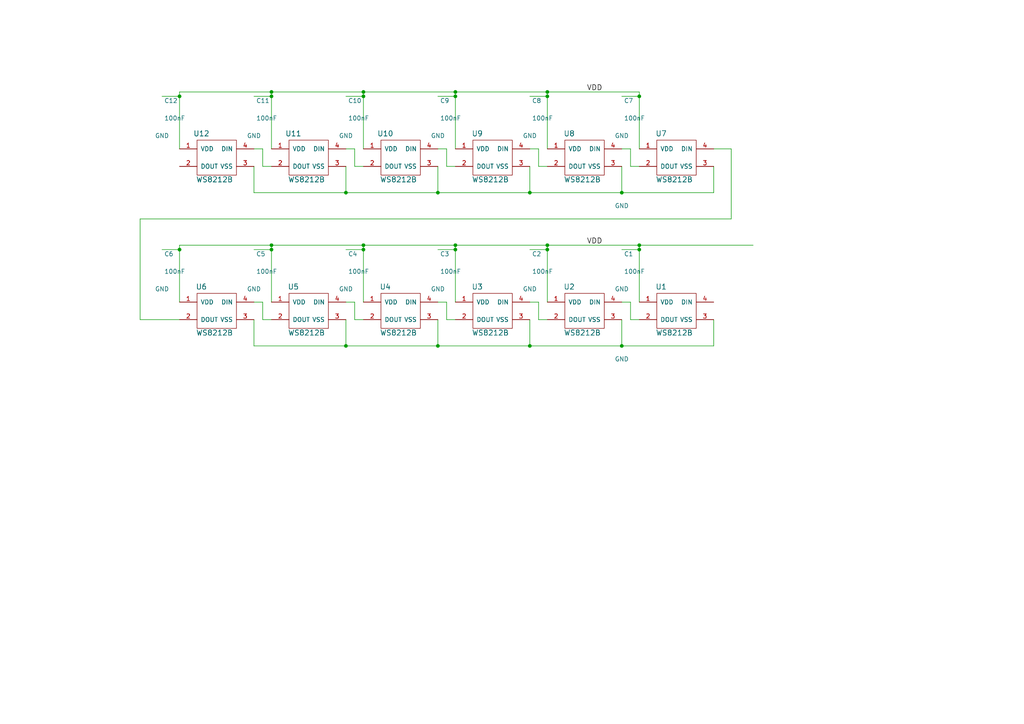
<source format=kicad_sch>
(kicad_sch (version 20230121) (generator eeschema)
  (paper "A4")
  (lib_symbols
    (symbol "pianoled:WS8212B" (pin_names (offset 1.016))
      (property "Reference" "U" (at -3.81 5.715 0))
      (property "Value" "WS8212B" (at 0 -7.62 0))
      (symbol "WS8212B_0_1"
        (rectangle (start -5.08 3.81) (end 6.35 -6.35))
      )
      (symbol "WS8212B_1_1"
        (pin input line (at -10.16 1.27 0) (length 5.08) (name "VDD") (number "1"))
        (pin input line (at -10.16 -3.81 0) (length 5.08) (name "DOUT") (number "2"))
        (pin input line (at 11.43 -3.81 180) (length 5.08) (name "VSS") (number "3"))
        (pin input line (at 11.43 1.27 180) (length 5.08) (name "DIN") (number "4"))
      )
    )
  )
  (junction (at 185.42 71.12))
  (junction (at 185.42 27.94))
  (junction (at 132.08 72.39))
  (junction (at 132.08 27.94))
  (junction (at 132.08 71.12))
  (junction (at 105.41 26.67))
  (junction (at 158.75 27.94))
  (junction (at 100.33 55.88))
  (junction (at 180.34 55.88))
  (junction (at 158.75 71.12))
  (junction (at 105.41 72.39))
  (junction (at 52.07 72.39))
  (junction (at 127 100.33))
  (junction (at 127 55.88))
  (junction (at 180.34 100.33))
  (junction (at 78.74 26.67))
  (junction (at 185.42 72.39))
  (junction (at 100.33 100.33))
  (junction (at 78.74 71.12))
  (junction (at 158.75 26.67))
  (junction (at 153.67 55.88))
  (junction (at 105.41 27.94))
  (junction (at 78.74 72.39))
  (junction (at 52.07 27.94))
  (junction (at 105.41 71.12))
  (junction (at 78.74 27.94))
  (junction (at 153.67 100.33))
  (junction (at 132.08 26.67))
  (junction (at 158.75 72.39))
  (wire (pts (xy 218.44 71.12) (xy 185.42 71.12)))
  (wire (pts (xy 102.87 48.26) (xy 105.41 48.26)))
  (wire (pts (xy 185.42 71.12) (xy 158.75 71.12)))
  (wire (pts (xy 158.75 26.67) (xy 132.08 26.67)))
  (wire (pts (xy 180.34 87.63) (xy 182.88 87.63)))
  (wire (pts (xy 158.75 27.94) (xy 158.75 43.18)))
  (wire (pts (xy 76.2 92.71) (xy 76.2 87.63)))
  (wire (pts (xy 73.66 27.94) (xy 78.74 27.94)))
  (wire (pts (xy 212.09 43.18) (xy 212.09 63.5)))
  (wire (pts (xy 180.34 27.94) (xy 185.42 27.94)))
  (wire (pts (xy 100.33 48.26) (xy 100.33 55.88)))
  (wire (pts (xy 105.41 26.67) (xy 105.41 27.94)))
  (wire (pts (xy 76.2 43.18) (xy 73.66 43.18)))
  (wire (pts (xy 52.07 26.67) (xy 52.07 27.94)))
  (wire (pts (xy 153.67 27.94) (xy 158.75 27.94)))
  (wire (pts (xy 73.66 55.88) (xy 100.33 55.88)))
  (wire (pts (xy 100.33 43.18) (xy 102.87 43.18)))
  (wire (pts (xy 153.67 43.18) (xy 156.21 43.18)))
  (wire (pts (xy 180.34 100.33) (xy 207.01 100.33)))
  (wire (pts (xy 78.74 48.26) (xy 76.2 48.26)))
  (wire (pts (xy 52.07 72.39) (xy 52.07 87.63)))
  (wire (pts (xy 156.21 87.63) (xy 156.21 92.71)))
  (wire (pts (xy 76.2 87.63) (xy 73.66 87.63)))
  (wire (pts (xy 52.07 71.12) (xy 52.07 72.39)))
  (wire (pts (xy 100.33 55.88) (xy 127 55.88)))
  (wire (pts (xy 182.88 92.71) (xy 185.42 92.71)))
  (wire (pts (xy 105.41 71.12) (xy 78.74 71.12)))
  (wire (pts (xy 207.01 43.18) (xy 212.09 43.18)))
  (wire (pts (xy 73.66 92.71) (xy 73.66 100.33)))
  (wire (pts (xy 182.88 87.63) (xy 182.88 92.71)))
  (wire (pts (xy 129.54 48.26) (xy 132.08 48.26)))
  (wire (pts (xy 132.08 72.39) (xy 132.08 87.63)))
  (wire (pts (xy 180.34 100.33) (xy 180.34 92.71)))
  (wire (pts (xy 100.33 100.33) (xy 127 100.33)))
  (wire (pts (xy 180.34 55.88) (xy 180.34 48.26)))
  (wire (pts (xy 182.88 48.26) (xy 185.42 48.26)))
  (wire (pts (xy 132.08 27.94) (xy 132.08 43.18)))
  (wire (pts (xy 185.42 71.12) (xy 185.42 72.39)))
  (wire (pts (xy 127 87.63) (xy 129.54 87.63)))
  (wire (pts (xy 153.67 72.39) (xy 158.75 72.39)))
  (wire (pts (xy 185.42 26.67) (xy 185.42 27.94)))
  (wire (pts (xy 73.66 72.39) (xy 78.74 72.39)))
  (wire (pts (xy 73.66 100.33) (xy 100.33 100.33)))
  (wire (pts (xy 78.74 71.12) (xy 78.74 72.39)))
  (wire (pts (xy 180.34 55.88) (xy 207.01 55.88)))
  (wire (pts (xy 105.41 72.39) (xy 100.33 72.39)))
  (wire (pts (xy 129.54 92.71) (xy 132.08 92.71)))
  (wire (pts (xy 76.2 48.26) (xy 76.2 43.18)))
  (wire (pts (xy 52.07 27.94) (xy 52.07 43.18)))
  (wire (pts (xy 132.08 71.12) (xy 105.41 71.12)))
  (wire (pts (xy 185.42 27.94) (xy 185.42 43.18)))
  (wire (pts (xy 127 55.88) (xy 153.67 55.88)))
  (wire (pts (xy 153.67 55.88) (xy 180.34 55.88)))
  (wire (pts (xy 185.42 72.39) (xy 185.42 87.63)))
  (wire (pts (xy 185.42 26.67) (xy 158.75 26.67)))
  (wire (pts (xy 78.74 72.39) (xy 78.74 87.63)))
  (wire (pts (xy 153.67 55.88) (xy 153.67 48.26)))
  (wire (pts (xy 102.87 92.71) (xy 105.41 92.71)))
  (wire (pts (xy 129.54 43.18) (xy 129.54 48.26)))
  (wire (pts (xy 153.67 87.63) (xy 156.21 87.63)))
  (wire (pts (xy 78.74 92.71) (xy 76.2 92.71)))
  (wire (pts (xy 46.99 27.94) (xy 52.07 27.94)))
  (wire (pts (xy 102.87 43.18) (xy 102.87 48.26)))
  (wire (pts (xy 132.08 26.67) (xy 105.41 26.67)))
  (wire (pts (xy 105.41 71.12) (xy 105.41 72.39)))
  (wire (pts (xy 127 48.26) (xy 127 55.88)))
  (wire (pts (xy 158.75 72.39) (xy 158.75 87.63)))
  (wire (pts (xy 127 27.94) (xy 132.08 27.94)))
  (wire (pts (xy 100.33 27.94) (xy 105.41 27.94)))
  (wire (pts (xy 132.08 26.67) (xy 132.08 27.94)))
  (wire (pts (xy 158.75 71.12) (xy 158.75 72.39)))
  (wire (pts (xy 207.01 100.33) (xy 207.01 92.71)))
  (wire (pts (xy 78.74 26.67) (xy 52.07 26.67)))
  (wire (pts (xy 158.75 71.12) (xy 132.08 71.12)))
  (wire (pts (xy 156.21 43.18) (xy 156.21 48.26)))
  (wire (pts (xy 180.34 43.18) (xy 182.88 43.18)))
  (wire (pts (xy 40.64 92.71) (xy 52.07 92.71)))
  (wire (pts (xy 127 92.71) (xy 127 100.33)))
  (wire (pts (xy 127 72.39) (xy 132.08 72.39)))
  (wire (pts (xy 100.33 92.71) (xy 100.33 100.33)))
  (wire (pts (xy 78.74 27.94) (xy 78.74 43.18)))
  (wire (pts (xy 105.41 72.39) (xy 105.41 87.63)))
  (wire (pts (xy 73.66 48.26) (xy 73.66 55.88)))
  (wire (pts (xy 156.21 48.26) (xy 158.75 48.26)))
  (wire (pts (xy 127 100.33) (xy 153.67 100.33)))
  (wire (pts (xy 156.21 92.71) (xy 158.75 92.71)))
  (wire (pts (xy 212.09 63.5) (xy 40.64 63.5)))
  (wire (pts (xy 46.99 72.39) (xy 52.07 72.39)))
  (wire (pts (xy 158.75 26.67) (xy 158.75 27.94)))
  (wire (pts (xy 207.01 55.88) (xy 207.01 48.26)))
  (wire (pts (xy 105.41 26.67) (xy 78.74 26.67)))
  (wire (pts (xy 102.87 87.63) (xy 102.87 92.71)))
  (wire (pts (xy 180.34 72.39) (xy 185.42 72.39)))
  (wire (pts (xy 40.64 63.5) (xy 40.64 92.71)))
  (wire (pts (xy 132.08 71.12) (xy 132.08 72.39)))
  (wire (pts (xy 105.41 27.94) (xy 105.41 43.18)))
  (wire (pts (xy 78.74 71.12) (xy 52.07 71.12)))
  (wire (pts (xy 153.67 100.33) (xy 153.67 92.71)))
  (wire (pts (xy 78.74 26.67) (xy 78.74 27.94)))
  (wire (pts (xy 153.67 100.33) (xy 180.34 100.33)))
  (wire (pts (xy 127 43.18) (xy 129.54 43.18)))
  (wire (pts (xy 129.54 87.63) (xy 129.54 92.71)))
  (wire (pts (xy 100.33 87.63) (xy 102.87 87.63)))
  (wire (pts (xy 182.88 43.18) (xy 182.88 48.26)))
  (label "VDD" (at 170.18 26.67 0) (effects (font (size 1.524 1.524))))
  (label "VDD" (at 170.18 71.12 0) (effects (font (size 1.524 1.524))))
  (symbol (lib_id "C") (at 46.99 31.75 0) (unit 1)
    (property "Reference" "C12" (at 47.625 29.21 0) (effects (justify left)))
    (property "Value" "100nF" (at 47.625 34.29 0) (effects (justify left)))
    (property "Footprint" "Capacitors_SMD:C_0603_HandSoldering" (effects hide))
  )
  (symbol (lib_id "pianoled:WS8212B") (at 115.57 44.45 0) (unit 1)
    (property "Reference" "U10" (at 111.76 38.735 0) (effects (font (size 1.524 1.524))))
    (property "Value" "WS8212B" (at 115.57 52.07 0) (effects (font (size 1.524 1.524))))
    (property "Footprint" "LEDs:LED_WS2812B-PLCC4" (effects hide))
  )
  (symbol (lib_id "pianoled:WS8212B") (at 142.24 44.45 0) (unit 1)
    (property "Reference" "U9" (at 138.43 38.735 0) (effects (font (size 1.524 1.524))))
    (property "Value" "WS8212B" (at 142.24 52.07 0) (effects (font (size 1.524 1.524))))
    (property "Footprint" "LEDs:LED_WS2812B-PLCC4" (effects hide))
  )
  (symbol (lib_id "pianoled:WS8212B") (at 62.23 44.45 0) (unit 1)
    (property "Reference" "U12" (at 58.42 38.735 0) (effects (font (size 1.524 1.524))))
    (property "Value" "WS8212B" (at 62.23 52.07 0) (effects (font (size 1.524 1.524))))
    (property "Footprint" "LEDs:LED_WS2812B-PLCC4" (effects hide))
  )
  (symbol (lib_id "pianoled:WS8212B") (at 88.9 44.45 0) (unit 1)
    (property "Reference" "U11" (at 85.09 38.735 0) (effects (font (size 1.524 1.524))))
    (property "Value" "WS8212B" (at 88.9 52.07 0) (effects (font (size 1.524 1.524))))
    (property "Footprint" "LEDs:LED_WS2812B-PLCC4" (effects hide))
  )
  (symbol (lib_id "GND") (at 46.99 35.56 0) (unit 1)
    (property "Reference" "#PWR01" (effects hide))
    (property "Value" "GND" (at 46.99 39.37 0))
  )
  (symbol (lib_id "C") (at 73.66 31.75 0) (unit 1)
    (property "Reference" "C11" (at 74.295 29.21 0) (effects (justify left)))
    (property "Value" "100nF" (at 74.295 34.29 0) (effects (justify left)))
    (property "Footprint" "Capacitors_SMD:C_0603_HandSoldering" (effects hide))
  )
  (symbol (lib_id "GND") (at 73.66 35.56 0) (unit 1)
    (property "Reference" "#PWR02" (effects hide))
    (property "Value" "GND" (at 73.66 39.37 0))
  )
  (symbol (lib_id "C") (at 100.33 31.75 0) (unit 1)
    (property "Reference" "C10" (at 100.965 29.21 0) (effects (justify left)))
    (property "Value" "100nF" (at 100.965 34.29 0) (effects (justify left)))
    (property "Footprint" "Capacitors_SMD:C_0603_HandSoldering" (effects hide))
  )
  (symbol (lib_id "GND") (at 100.33 35.56 0) (unit 1)
    (property "Reference" "#PWR03" (effects hide))
    (property "Value" "GND" (at 100.33 39.37 0))
  )
  (symbol (lib_id "C") (at 127 31.75 0) (unit 1)
    (property "Reference" "C9" (at 127.635 29.21 0) (effects (justify left)))
    (property "Value" "100nF" (at 127.635 34.29 0) (effects (justify left)))
    (property "Footprint" "Capacitors_SMD:C_0603_HandSoldering" (effects hide))
  )
  (symbol (lib_id "GND") (at 127 35.56 0) (unit 1)
    (property "Reference" "#PWR04" (effects hide))
    (property "Value" "GND" (at 127 39.37 0))
  )
  (symbol (lib_id "pianoled:WS8212B") (at 168.91 44.45 0) (unit 1)
    (property "Reference" "U8" (at 165.1 38.735 0) (effects (font (size 1.524 1.524))))
    (property "Value" "WS8212B" (at 168.91 52.07 0) (effects (font (size 1.524 1.524))))
    (property "Footprint" "LEDs:LED_WS2812B-PLCC4" (effects hide))
  )
  (symbol (lib_id "C") (at 153.67 31.75 0) (unit 1)
    (property "Reference" "C8" (at 154.305 29.21 0) (effects (justify left)))
    (property "Value" "100nF" (at 154.305 34.29 0) (effects (justify left)))
    (property "Footprint" "Capacitors_SMD:C_0603_HandSoldering" (effects hide))
  )
  (symbol (lib_id "GND") (at 153.67 35.56 0) (unit 1)
    (property "Reference" "#PWR05" (effects hide))
    (property "Value" "GND" (at 153.67 39.37 0))
  )
  (symbol (lib_id "pianoled:WS8212B") (at 195.58 44.45 0) (unit 1)
    (property "Reference" "U7" (at 191.77 38.735 0) (effects (font (size 1.524 1.524))))
    (property "Value" "WS8212B" (at 195.58 52.07 0) (effects (font (size 1.524 1.524))))
    (property "Footprint" "LEDs:LED_WS2812B-PLCC4" (effects hide))
  )
  (symbol (lib_id "C") (at 180.34 31.75 0) (unit 1)
    (property "Reference" "C7" (at 180.975 29.21 0) (effects (justify left)))
    (property "Value" "100nF" (at 180.975 34.29 0) (effects (justify left)))
    (property "Footprint" "Capacitors_SMD:C_0603_HandSoldering" (effects hide))
  )
  (symbol (lib_id "GND") (at 180.34 35.56 0) (unit 1)
    (property "Reference" "#PWR06" (effects hide))
    (property "Value" "GND" (at 180.34 39.37 0))
  )
  (symbol (lib_id "C") (at 46.99 76.2 0) (unit 1)
    (property "Reference" "C6" (at 47.625 73.66 0) (effects (justify left)))
    (property "Value" "100nF" (at 47.625 78.74 0) (effects (justify left)))
    (property "Footprint" "Capacitors_SMD:C_0603_HandSoldering" (effects hide))
  )
  (symbol (lib_id "pianoled:WS8212B") (at 115.57 88.9 0) (unit 1)
    (property "Reference" "U4" (at 111.76 83.185 0) (effects (font (size 1.524 1.524))))
    (property "Value" "WS8212B" (at 115.57 96.52 0) (effects (font (size 1.524 1.524))))
    (property "Footprint" "LEDs:LED_WS2812B-PLCC4" (effects hide))
  )
  (symbol (lib_id "pianoled:WS8212B") (at 142.24 88.9 0) (unit 1)
    (property "Reference" "U3" (at 138.43 83.185 0) (effects (font (size 1.524 1.524))))
    (property "Value" "WS8212B" (at 142.24 96.52 0) (effects (font (size 1.524 1.524))))
    (property "Footprint" "LEDs:LED_WS2812B-PLCC4" (effects hide))
  )
  (symbol (lib_id "pianoled:WS8212B") (at 62.23 88.9 0) (unit 1)
    (property "Reference" "U6" (at 58.42 83.185 0) (effects (font (size 1.524 1.524))))
    (property "Value" "WS8212B" (at 62.23 96.52 0) (effects (font (size 1.524 1.524))))
    (property "Footprint" "LEDs:LED_WS2812B-PLCC4" (effects hide))
  )
  (symbol (lib_id "pianoled:WS8212B") (at 88.9 88.9 0) (unit 1)
    (property "Reference" "U5" (at 85.09 83.185 0) (effects (font (size 1.524 1.524))))
    (property "Value" "WS8212B" (at 88.9 96.52 0) (effects (font (size 1.524 1.524))))
    (property "Footprint" "LEDs:LED_WS2812B-PLCC4" (effects hide))
  )
  (symbol (lib_id "GND") (at 46.99 80.01 0) (unit 1)
    (property "Reference" "#PWR07" (effects hide))
    (property "Value" "GND" (at 46.99 83.82 0))
  )
  (symbol (lib_id "C") (at 73.66 76.2 0) (unit 1)
    (property "Reference" "C5" (at 74.295 73.66 0) (effects (justify left)))
    (property "Value" "100nF" (at 74.295 78.74 0) (effects (justify left)))
    (property "Footprint" "Capacitors_SMD:C_0603_HandSoldering" (effects hide))
  )
  (symbol (lib_id "GND") (at 73.66 80.01 0) (unit 1)
    (property "Reference" "#PWR08" (effects hide))
    (property "Value" "GND" (at 73.66 83.82 0))
  )
  (symbol (lib_id "C") (at 100.33 76.2 0) (unit 1)
    (property "Reference" "C4" (at 100.965 73.66 0) (effects (justify left)))
    (property "Value" "100nF" (at 100.965 78.74 0) (effects (justify left)))
    (property "Footprint" "Capacitors_SMD:C_0603_HandSoldering" (effects hide))
  )
  (symbol (lib_id "GND") (at 100.33 80.01 0) (unit 1)
    (property "Reference" "#PWR09" (effects hide))
    (property "Value" "GND" (at 100.33 83.82 0))
  )
  (symbol (lib_id "C") (at 127 76.2 0) (unit 1)
    (property "Reference" "C3" (at 127.635 73.66 0) (effects (justify left)))
    (property "Value" "100nF" (at 127.635 78.74 0) (effects (justify left)))
    (property "Footprint" "Capacitors_SMD:C_0603_HandSoldering" (effects hide))
  )
  (symbol (lib_id "GND") (at 127 80.01 0) (unit 1)
    (property "Reference" "#PWR010" (effects hide))
    (property "Value" "GND" (at 127 83.82 0))
  )
  (symbol (lib_id "pianoled:WS8212B") (at 168.91 88.9 0) (unit 1)
    (property "Reference" "U2" (at 165.1 83.185 0) (effects (font (size 1.524 1.524))))
    (property "Value" "WS8212B" (at 168.91 96.52 0) (effects (font (size 1.524 1.524))))
    (property "Footprint" "LEDs:LED_WS2812B-PLCC4" (effects hide))
  )
  (symbol (lib_id "C") (at 153.67 76.2 0) (unit 1)
    (property "Reference" "C2" (at 154.305 73.66 0) (effects (justify left)))
    (property "Value" "100nF" (at 154.305 78.74 0) (effects (justify left)))
    (property "Footprint" "Capacitors_SMD:C_0603_HandSoldering" (effects hide))
  )
  (symbol (lib_id "GND") (at 153.67 80.01 0) (unit 1)
    (property "Reference" "#PWR011" (effects hide))
    (property "Value" "GND" (at 153.67 83.82 0))
  )
  (symbol (lib_id "pianoled:WS8212B") (at 195.58 88.9 0) (unit 1)
    (property "Reference" "U1" (at 191.77 83.185 0) (effects (font (size 1.524 1.524))))
    (property "Value" "WS8212B" (at 195.58 96.52 0) (effects (font (size 1.524 1.524))))
    (property "Footprint" "LEDs:LED_WS2812B-PLCC4" (effects hide))
  )
  (symbol (lib_id "C") (at 180.34 76.2 0) (unit 1)
    (property "Reference" "C1" (at 180.975 73.66 0) (effects (justify left)))
    (property "Value" "100nF" (at 180.975 78.74 0) (effects (justify left)))
    (property "Footprint" "Capacitors_SMD:C_0603_HandSoldering" (effects hide))
  )
  (symbol (lib_id "GND") (at 180.34 80.01 0) (unit 1)
    (property "Reference" "#PWR012" (effects hide))
    (property "Value" "GND" (at 180.34 83.82 0))
  )
  (symbol (lib_id "GND") (at 180.34 55.88 0) (unit 1)
    (property "Reference" "#PWR013" (effects hide))
    (property "Value" "GND" (at 180.34 59.69 0))
  )
  (symbol (lib_id "GND") (at 180.34 100.33 0) (unit 1)
    (property "Reference" "#PWR014" (effects hide))
    (property "Value" "GND" (at 180.34 104.14 0))
  )
)
</source>
